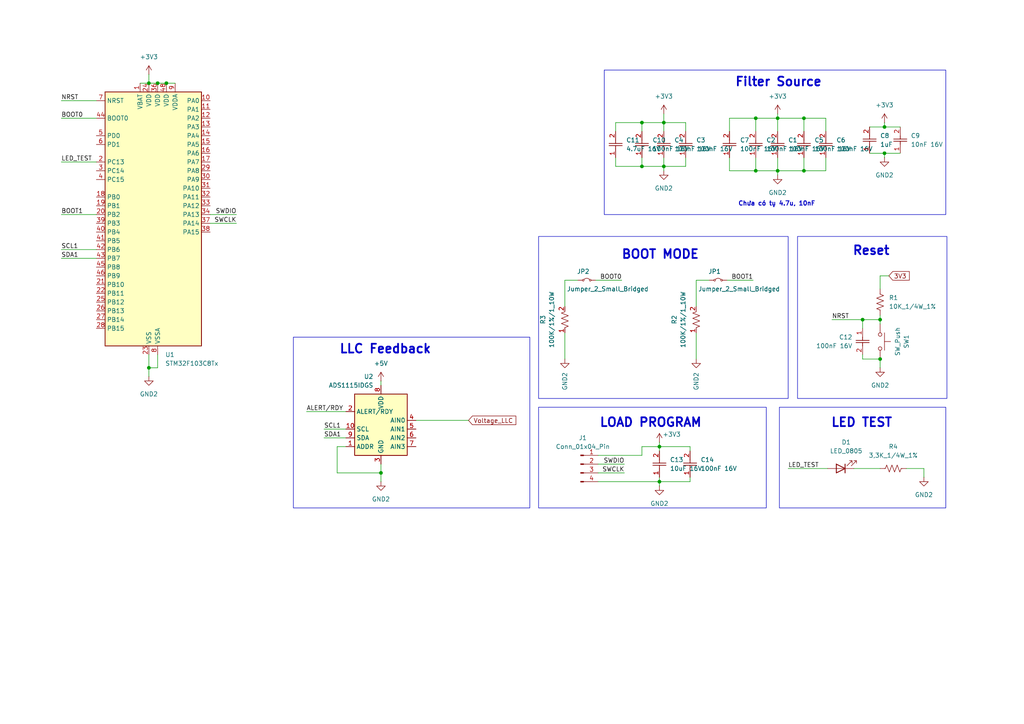
<source format=kicad_sch>
(kicad_sch (version 20231120) (generator "eeschema") (generator_version "8.0")
  (paper "A4")
  (lib_symbols
    (symbol "Connector:Conn_01x04_Pin" (pin_names (offset 1.016) hide)
      (property "Reference" "J" (at 0 5.08 0))
      (property "Value" "Conn_01x04_Pin" (at 0 -7.62 0))
      (symbol "Conn_01x04_Pin_1_1"
        (polyline (pts (xy 1.27 -5.08) (xy 0.8636 -5.08)) (stroke (width 0.1524)))
        (polyline (pts (xy 1.27 -2.54) (xy 0.8636 -2.54)) (stroke (width 0.1524)))
        (polyline (pts (xy 1.27 0) (xy 0.8636 0)) (stroke (width 0.1524)))
        (polyline (pts (xy 1.27 2.54) (xy 0.8636 2.54)) (stroke (width 0.1524)))
        (rectangle (start 0.8636 -4.953) (end 0 -5.207) (stroke (width 0.1524)) (fill (type outline)))
        (rectangle (start 0.8636 -2.413) (end 0 -2.667) (stroke (width 0.1524)) (fill (type outline)))
        (rectangle (start 0.8636 0.127) (end 0 -0.127) (stroke (width 0.1524)) (fill (type outline)))
        (rectangle (start 0.8636 2.667) (end 0 2.413) (stroke (width 0.1524)) (fill (type outline)))
        (pin passive line (at 5.08 2.54 180) (length 3.81) (name "Pin_1") (number "1"))
        (pin passive line (at 5.08 0 180) (length 3.81) (name "Pin_2") (number "2"))
        (pin passive line (at 5.08 -2.54 180) (length 3.81) (name "Pin_3") (number "3"))
        (pin passive line (at 5.08 -5.08 180) (length 3.81) (name "Pin_4") (number "4"))
      )
    )
    (symbol "Jumper:Jumper_2_Small_Bridged" (pin_numbers hide) (pin_names (offset 0) hide) (exclude_from_sim yes)
      (property "Reference" "JP" (at 0 2.032 0))
      (property "Value" "Jumper_2_Small_Bridged" (at 0 -2.286 0))
      (symbol "Jumper_2_Small_Bridged_0_0"
        (circle (center -1.016 0) (radius 0.254))
        (circle (center 1.016 0) (radius 0.254))
      )
      (symbol "Jumper_2_Small_Bridged_0_1"
        (arc (start 0.762 0.254) (mid 0 0.5696) (end -0.762 0.254))
      )
      (symbol "Jumper_2_Small_Bridged_1_1"
        (pin passive line (at -2.54 0 0) (length 1.27) (name "A") (number "1"))
        (pin passive line (at 2.54 0 180) (length 1.27) (name "B") (number "2"))
      )
    )
    (symbol "MCU_ST_STM32F1:STM32F103C8Tx"
      (property "Reference" "U" (at -12.7 39.37 0))
      (property "Value" "STM32F103C8Tx" (at 10.16 39.37 0))
      (symbol "STM32F103C8Tx_0_1"
        (rectangle (start -12.7 -35.56) (end 15.24 38.1) (stroke (width 0.254)) (fill (type background)))
      )
      (symbol "STM32F103C8Tx_1_1"
        (pin power_in line (at -2.54 40.64 270) (length 2.54) (name "VBAT") (number "1"))
        (pin bidirectional line (at 17.78 35.56 180) (length 2.54) (name "PA0") (number "10"))
        (pin bidirectional line (at 17.78 33.02 180) (length 2.54) (name "PA1") (number "11"))
        (pin bidirectional line (at 17.78 30.48 180) (length 2.54) (name "PA2") (number "12"))
        (pin bidirectional line (at 17.78 27.94 180) (length 2.54) (name "PA3") (number "13"))
        (pin bidirectional line (at 17.78 25.4 180) (length 2.54) (name "PA4") (number "14"))
        (pin bidirectional line (at 17.78 22.86 180) (length 2.54) (name "PA5") (number "15"))
        (pin bidirectional line (at 17.78 20.32 180) (length 2.54) (name "PA6") (number "16"))
        (pin bidirectional line (at 17.78 17.78 180) (length 2.54) (name "PA7") (number "17"))
        (pin bidirectional line (at -15.24 7.62 0) (length 2.54) (name "PB0") (number "18"))
        (pin bidirectional line (at -15.24 5.08 0) (length 2.54) (name "PB1") (number "19"))
        (pin bidirectional line (at -15.24 17.78 0) (length 2.54) (name "PC13") (number "2"))
        (pin bidirectional line (at -15.24 2.54 0) (length 2.54) (name "PB2") (number "20"))
        (pin bidirectional line (at -15.24 -17.78 0) (length 2.54) (name "PB10") (number "21"))
        (pin bidirectional line (at -15.24 -20.32 0) (length 2.54) (name "PB11") (number "22"))
        (pin power_in line (at 0 -38.1 90) (length 2.54) (name "VSS") (number "23"))
        (pin power_in line (at 0 40.64 270) (length 2.54) (name "VDD") (number "24"))
        (pin bidirectional line (at -15.24 -22.86 0) (length 2.54) (name "PB12") (number "25"))
        (pin bidirectional line (at -15.24 -25.4 0) (length 2.54) (name "PB13") (number "26"))
        (pin bidirectional line (at -15.24 -27.94 0) (length 2.54) (name "PB14") (number "27"))
        (pin bidirectional line (at -15.24 -30.48 0) (length 2.54) (name "PB15") (number "28"))
        (pin bidirectional line (at 17.78 15.24 180) (length 2.54) (name "PA8") (number "29"))
        (pin bidirectional line (at -15.24 15.24 0) (length 2.54) (name "PC14") (number "3"))
        (pin bidirectional line (at 17.78 12.7 180) (length 2.54) (name "PA9") (number "30"))
        (pin bidirectional line (at 17.78 10.16 180) (length 2.54) (name "PA10") (number "31"))
        (pin bidirectional line (at 17.78 7.62 180) (length 2.54) (name "PA11") (number "32"))
        (pin bidirectional line (at 17.78 5.08 180) (length 2.54) (name "PA12") (number "33"))
        (pin bidirectional line (at 17.78 2.54 180) (length 2.54) (name "PA13") (number "34"))
        (pin passive line (at 0 -38.1 90) (length 2.54) hide (name "VSS") (number "35"))
        (pin power_in line (at 2.54 40.64 270) (length 2.54) (name "VDD") (number "36"))
        (pin bidirectional line (at 17.78 0 180) (length 2.54) (name "PA14") (number "37"))
        (pin bidirectional line (at 17.78 -2.54 180) (length 2.54) (name "PA15") (number "38"))
        (pin bidirectional line (at -15.24 0 0) (length 2.54) (name "PB3") (number "39"))
        (pin bidirectional line (at -15.24 12.7 0) (length 2.54) (name "PC15") (number "4"))
        (pin bidirectional line (at -15.24 -2.54 0) (length 2.54) (name "PB4") (number "40"))
        (pin bidirectional line (at -15.24 -5.08 0) (length 2.54) (name "PB5") (number "41"))
        (pin bidirectional line (at -15.24 -7.62 0) (length 2.54) (name "PB6") (number "42"))
        (pin bidirectional line (at -15.24 -10.16 0) (length 2.54) (name "PB7") (number "43"))
        (pin input line (at -15.24 30.48 0) (length 2.54) (name "BOOT0") (number "44"))
        (pin bidirectional line (at -15.24 -12.7 0) (length 2.54) (name "PB8") (number "45"))
        (pin bidirectional line (at -15.24 -15.24 0) (length 2.54) (name "PB9") (number "46"))
        (pin passive line (at 0 -38.1 90) (length 2.54) hide (name "VSS") (number "47"))
        (pin power_in line (at 5.08 40.64 270) (length 2.54) (name "VDD") (number "48"))
        (pin bidirectional line (at -15.24 25.4 0) (length 2.54) (name "PD0") (number "5"))
        (pin bidirectional line (at -15.24 22.86 0) (length 2.54) (name "PD1") (number "6"))
        (pin input line (at -15.24 35.56 0) (length 2.54) (name "NRST") (number "7"))
        (pin power_in line (at 2.54 -38.1 90) (length 2.54) (name "VSSA") (number "8"))
        (pin power_in line (at 7.62 40.64 270) (length 2.54) (name "VDDA") (number "9"))
      )
    )
    (symbol "charge_battery_sym_lib:ADS1115IDGS"
      (property "Reference" "U" (at 2.54 13.97 0))
      (property "Value" "ADS1115IDGS" (at 7.62 11.43 0))
      (symbol "ADS1115IDGS_0_1"
        (rectangle (start -7.62 10.16) (end 7.62 -7.62) (stroke (width 0.254)) (fill (type background)))
      )
      (symbol "ADS1115IDGS_1_1"
        (pin input line (at 10.16 -5.08 180) (length 2.54) (name "ADDR") (number "1"))
        (pin input line (at 10.16 0 180) (length 2.54) (name "SCL") (number "10"))
        (pin output line (at 10.16 5.08 180) (length 2.54) (name "ALERT/RDY") (number "2"))
        (pin power_in line (at 0 -10.16 90) (length 2.54) (name "GND") (number "3"))
        (pin input line (at -10.16 2.54 0) (length 2.54) (name "AIN0") (number "4"))
        (pin input line (at -10.16 0 0) (length 2.54) (name "AIN1") (number "5"))
        (pin input line (at -10.16 -2.54 0) (length 2.54) (name "AIN2") (number "6"))
        (pin input line (at -10.16 -5.08 0) (length 2.54) (name "AIN3") (number "7"))
        (pin power_in line (at 0 12.7 270) (length 2.54) (name "VDD") (number "8"))
        (pin bidirectional line (at 10.16 -2.54 180) (length 2.54) (name "SDA") (number "9"))
      )
    )
    (symbol "charge_battery_sym_lib:Ceramic_Cap_Hole_1uF_50V_"
      (property "Reference" "C" (at -1.524 0.762 0))
      (property "Value" "1uF " (at 0.254 5.334 0))
      (symbol "Ceramic_Cap_Hole_1uF_50V__1_1"
        (polyline (pts (xy -1.27 -2.032) (xy -0.3302 -2.032)) (stroke (width 0.2032)))
        (polyline (pts (xy -0.3302 -3.937) (xy -0.3302 -0.127)) (stroke (width 0.2032)))
        (polyline (pts (xy 0.3048 -3.937) (xy 0.3048 -0.127)) (stroke (width 0.2032)))
        (polyline (pts (xy 0.3048 -2.032) (xy 1.27 -2.032)) (stroke (width 0.2032)))
        (pin unspecified line (at -3.81 -2.032 0) (length 2.54) (name "") (number "1"))
        (pin unspecified line (at 3.81 -2.032 180) (length 2.54) (name "") (number "2"))
      )
    )
    (symbol "charge_battery_sym_lib:Ceramic_Cap_SMD_100nF_16V"
      (property "Reference" "C" (at -1.524 0.762 0))
      (property "Value" "100nF 16V" (at 0.254 5.334 0))
      (symbol "Ceramic_Cap_SMD_100nF_16V_1_1"
        (polyline (pts (xy -1.27 -2.032) (xy -0.3302 -2.032)) (stroke (width 0.2032)))
        (polyline (pts (xy -0.3302 -3.937) (xy -0.3302 -0.127)) (stroke (width 0.2032)))
        (polyline (pts (xy 0.3048 -3.937) (xy 0.3048 -0.127)) (stroke (width 0.2032)))
        (polyline (pts (xy 0.3048 -2.032) (xy 1.27 -2.032)) (stroke (width 0.2032)))
        (pin unspecified line (at -3.81 -2.032 0) (length 2.54) (name "") (number "1"))
        (pin unspecified line (at 3.81 -2.032 180) (length 2.54) (name "") (number "2"))
      )
    )
    (symbol "charge_battery_sym_lib:Ceramic_Cap_SMD_10uF_16V"
      (property "Reference" "C" (at -1.524 0.762 0))
      (property "Value" "10uF 16V" (at 0.254 5.334 0))
      (symbol "Ceramic_Cap_SMD_10uF_16V_1_1"
        (polyline (pts (xy -1.27 -2.032) (xy -0.3302 -2.032)) (stroke (width 0.2032)))
        (polyline (pts (xy -0.3302 -3.937) (xy -0.3302 -0.127)) (stroke (width 0.2032)))
        (polyline (pts (xy 0.3048 -3.937) (xy 0.3048 -0.127)) (stroke (width 0.2032)))
        (polyline (pts (xy 0.3048 -2.032) (xy 1.27 -2.032)) (stroke (width 0.2032)))
        (pin unspecified line (at -3.81 -2.032 0) (length 2.54) (name "") (number "1"))
        (pin unspecified line (at 3.81 -2.032 180) (length 2.54) (name "") (number "2"))
      )
    )
    (symbol "charge_battery_sym_lib:LED_0805" (pin_numbers hide) (pin_names (offset 1.016) hide)
      (property "Reference" "D" (at 0 2.54 0))
      (property "Value" "LED_0805" (at 0 -2.54 0))
      (symbol "LED_0805_0_1"
        (polyline (pts (xy -1.27 -1.27) (xy -1.27 1.27)) (stroke (width 0.254)))
        (polyline (pts (xy -1.27 0) (xy 1.27 0)))
        (polyline (pts (xy 1.27 -1.27) (xy 1.27 1.27) (xy -1.27 0) (xy 1.27 -1.27)) (stroke (width 0.254)))
        (polyline (pts (xy -3.048 -0.762) (xy -4.572 -2.286) (xy -3.81 -2.286) (xy -4.572 -2.286) (xy -4.572 -1.524)))
        (polyline (pts (xy -1.778 -0.762) (xy -3.302 -2.286) (xy -2.54 -2.286) (xy -3.302 -2.286) (xy -3.302 -1.524)))
      )
      (symbol "LED_0805_1_1"
        (pin passive line (at -3.81 0 0) (length 2.54) (name "K") (number "1"))
        (pin passive line (at 3.81 0 180) (length 2.54) (name "A") (number "2"))
      )
    )
    (symbol "charge_battery_sym_lib:Res_200K_0603_1%"
      (property "Reference" "R" (at 0 -3.81 0))
      (property "Value" "200K/1%/1_10W" (at 1.27 -8.89 0))
      (symbol "Res_200K_0603_1%_0_1"
        (polyline (pts (xy -1.016 -6.35) (xy -1.27 -6.35)))
        (polyline (pts (xy 3.556 -6.35) (xy 3.81 -6.35)))
        (polyline (pts (xy -1.016 -6.35) (xy -0.635 -5.334) (xy -0.254 -6.35) (xy 0.127 -7.366) (xy 0.508 -6.35)))
        (polyline (pts (xy 0.508 -6.35) (xy 0.889 -5.334) (xy 1.27 -6.35) (xy 1.651 -7.366) (xy 2.032 -6.35)))
        (polyline (pts (xy 2.032 -6.35) (xy 2.413 -5.334) (xy 2.794 -6.35) (xy 3.175 -7.366) (xy 3.556 -6.35)))
      )
      (symbol "Res_200K_0603_1%_1_1"
        (pin passive line (at -2.54 -6.35 0) (length 1.27) (name "~") (number "1"))
        (pin passive line (at 5.08 -6.35 180) (length 1.27) (name "~") (number "2"))
      )
    )
    (symbol "charge_battery_sym_lib:Res_hole_10K_1/4W_1%" (pin_numbers hide) (pin_names (offset 0))
      (property "Reference" "R" (at 1.016 1.016 0))
      (property "Value" "10K_1/4W_1%" (at 1.27 -3.81 0))
      (symbol "Res_hole_10K_1/4W_1%_0_1"
        (polyline (pts (xy -1.016 -1.27) (xy -1.27 -1.27)))
        (polyline (pts (xy 3.556 -1.27) (xy 3.81 -1.27)))
        (polyline (pts (xy -1.016 -1.27) (xy -0.635 -0.254) (xy -0.254 -1.27) (xy 0.127 -2.286) (xy 0.508 -1.27)))
        (polyline (pts (xy 0.508 -1.27) (xy 0.889 -0.254) (xy 1.27 -1.27) (xy 1.651 -2.286) (xy 2.032 -1.27)))
        (polyline (pts (xy 2.032 -1.27) (xy 2.413 -0.254) (xy 2.794 -1.27) (xy 3.175 -2.286) (xy 3.556 -1.27)))
      )
      (symbol "Res_hole_10K_1/4W_1%_1_1"
        (pin passive line (at -2.54 -1.27 0) (length 1.27) (name "~") (number "1"))
        (pin passive line (at 5.08 -1.27 180) (length 1.27) (name "~") (number "2"))
      )
    )
    (symbol "charge_battery_sym_lib:Res_hole_3,3K_1/4W_1%" (pin_numbers hide) (pin_names (offset 0))
      (property "Reference" "R" (at 1.016 1.016 0))
      (property "Value" "3,3K_1/4W_1%" (at 1.27 -3.81 0))
      (symbol "Res_hole_3,3K_1/4W_1%_0_1"
        (polyline (pts (xy -1.016 -1.27) (xy -1.27 -1.27)))
        (polyline (pts (xy 3.556 -1.27) (xy 3.81 -1.27)))
        (polyline (pts (xy -1.016 -1.27) (xy -0.635 -0.254) (xy -0.254 -1.27) (xy 0.127 -2.286) (xy 0.508 -1.27)))
        (polyline (pts (xy 0.508 -1.27) (xy 0.889 -0.254) (xy 1.27 -1.27) (xy 1.651 -2.286) (xy 2.032 -1.27)))
        (polyline (pts (xy 2.032 -1.27) (xy 2.413 -0.254) (xy 2.794 -1.27) (xy 3.175 -2.286) (xy 3.556 -1.27)))
      )
      (symbol "Res_hole_3,3K_1/4W_1%_1_1"
        (pin passive line (at -2.54 -1.27 0) (length 1.27) (name "~") (number "1"))
        (pin passive line (at 5.08 -1.27 180) (length 1.27) (name "~") (number "2"))
      )
    )
    (symbol "charge_battery_sym_lib:SW_Push" (pin_numbers hide) (pin_names (offset 1.016) hide)
      (property "Reference" "SW" (at 1.27 2.54 0))
      (property "Value" "SW_Push" (at 0 -1.524 0))
      (symbol "SW_Push_0_1"
        (circle (center -2.032 0) (radius 0.508))
        (polyline (pts (xy 0 1.27) (xy 0 3.048)))
        (polyline (pts (xy 2.54 1.27) (xy -2.54 1.27)))
        (circle (center 2.032 0) (radius 0.508))
        (pin passive line (at -5.08 0 0) (length 2.54) (name "1") (number "1"))
        (pin passive line (at 5.08 0 180) (length 2.54) (name "2") (number "2"))
      )
    )
    (symbol "power:+3V3" (power) (pin_numbers hide) (pin_names (offset 0) hide)
      (property "Value" "+3V3" (at 0 3.556 0))
      (symbol "+3V3_0_1"
        (polyline (pts (xy -0.762 1.27) (xy 0 2.54)))
        (polyline (pts (xy 0 0) (xy 0 2.54)))
        (polyline (pts (xy 0 2.54) (xy 0.762 1.27)))
      )
      (symbol "+3V3_1_1"
        (pin power_in line (at 0 0 90) (length 0) (name "~") (number "1"))
      )
    )
    (symbol "power:+5V" (power) (pin_numbers hide) (pin_names (offset 0) hide)
      (property "Value" "+5V" (at 0 3.556 0))
      (symbol "+5V_0_1"
        (polyline (pts (xy -0.762 1.27) (xy 0 2.54)))
        (polyline (pts (xy 0 0) (xy 0 2.54)))
        (polyline (pts (xy 0 2.54) (xy 0.762 1.27)))
      )
      (symbol "+5V_1_1"
        (pin power_in line (at 0 0 90) (length 0) (name "~") (number "1"))
      )
    )
    (symbol "power:GND2" (power) (pin_numbers hide) (pin_names (offset 0) hide)
      (property "Value" "GND2" (at 0 -3.81 0))
      (symbol "GND2_0_1"
        (polyline (pts (xy 0 0) (xy 0 -1.27) (xy 1.27 -1.27) (xy 0 -2.54) (xy -1.27 -1.27) (xy 0 -1.27)))
      )
      (symbol "GND2_1_1"
        (pin power_in line (at 0 0 270) (length 0) (name "~") (number "1"))
      )
    )
  )
  (junction (at 48.26 24.13))
  (junction (at 191.262 129.54))
  (junction (at 219.202 49.53))
  (junction (at 233.172 49.53))
  (junction (at 255.27 92.71))
  (junction (at 186.182 48.26))
  (junction (at 225.552 34.29))
  (junction (at 45.72 24.13))
  (junction (at 110.49 137.16))
  (junction (at 192.532 35.56))
  (junction (at 255.27 104.14))
  (junction (at 43.18 24.13))
  (junction (at 219.202 34.29))
  (junction (at 233.172 34.29))
  (junction (at 250.19 92.71))
  (junction (at 225.552 49.53))
  (junction (at 43.18 106.68))
  (junction (at 192.532 48.26))
  (junction (at 256.54 44.45))
  (junction (at 186.182 35.56))
  (junction (at 191.262 139.7))
  (junction (at 256.54 36.83))
  (wire (pts (xy 225.552 33.02) (xy 225.552 34.29)))
  (wire (pts (xy 211.582 34.29) (xy 219.202 34.29)))
  (wire (pts (xy 178.562 48.26) (xy 178.562 45.72)))
  (wire (pts (xy 233.172 45.72) (xy 233.172 49.53)))
  (wire (pts (xy 100.33 124.46) (xy 93.98 124.46)))
  (wire (pts (xy 256.54 44.45) (xy 261.112 44.45)))
  (wire (pts (xy 191.262 139.7) (xy 200.152 139.7)))
  (wire (pts (xy 43.18 106.68) (xy 43.18 102.87)))
  (wire (pts (xy 198.882 48.26) (xy 192.532 48.26)))
  (wire (pts (xy 17.78 29.21) (xy 27.94 29.21)))
  (wire (pts (xy 200.152 129.54) (xy 200.152 130.81)))
  (wire (pts (xy 225.552 50.8) (xy 225.552 49.53)))
  (wire (pts (xy 17.78 74.93) (xy 27.94 74.93)))
  (wire (pts (xy 110.49 134.62) (xy 110.49 137.16)))
  (wire (pts (xy 239.522 34.29) (xy 239.522 38.1)))
  (wire (pts (xy 192.532 49.53) (xy 192.532 48.26)))
  (wire (pts (xy 192.532 45.72) (xy 192.532 48.26)))
  (wire (pts (xy 110.49 137.16) (xy 110.49 139.7)))
  (wire (pts (xy 219.202 45.72) (xy 219.202 49.53)))
  (wire (pts (xy 219.202 34.29) (xy 219.202 38.1)))
  (wire (pts (xy 167.64 81.28) (xy 163.83 81.28)))
  (wire (pts (xy 225.552 34.29) (xy 225.552 38.1)))
  (wire (pts (xy 186.182 132.08) (xy 186.182 129.54)))
  (wire (pts (xy 210.82 81.28) (xy 218.44 81.28)))
  (wire (pts (xy 198.882 35.56) (xy 198.882 38.1)))
  (wire (pts (xy 191.262 140.97) (xy 191.262 139.7)))
  (wire (pts (xy 45.72 24.13) (xy 48.26 24.13)))
  (wire (pts (xy 178.562 38.1) (xy 178.562 35.56)))
  (wire (pts (xy 163.83 104.14) (xy 163.83 96.52)))
  (wire (pts (xy 250.19 92.71) (xy 250.19 95.25)))
  (wire (pts (xy 135.89 121.92) (xy 120.65 121.92)))
  (wire (pts (xy 186.182 35.56) (xy 186.182 38.1)))
  (wire (pts (xy 43.18 24.13) (xy 45.72 24.13)))
  (wire (pts (xy 172.72 81.28) (xy 180.34 81.28)))
  (wire (pts (xy 211.582 38.1) (xy 211.582 34.29)))
  (wire (pts (xy 198.882 45.72) (xy 198.882 48.26)))
  (wire (pts (xy 45.72 106.68) (xy 43.18 106.68)))
  (wire (pts (xy 97.79 137.16) (xy 110.49 137.16)))
  (wire (pts (xy 48.26 24.13) (xy 50.8 24.13)))
  (wire (pts (xy 17.78 72.39) (xy 27.94 72.39)))
  (wire (pts (xy 256.54 36.83) (xy 261.112 36.83)))
  (wire (pts (xy 173.482 137.16) (xy 181.102 137.16)))
  (wire (pts (xy 219.202 34.29) (xy 225.552 34.29)))
  (wire (pts (xy 191.262 129.54) (xy 200.152 129.54)))
  (wire (pts (xy 239.522 45.72) (xy 239.522 49.53)))
  (wire (pts (xy 43.18 109.22) (xy 43.18 106.68)))
  (wire (pts (xy 60.96 64.77) (xy 68.58 64.77)))
  (wire (pts (xy 257.81 80.01) (xy 255.27 80.01)))
  (wire (pts (xy 228.6 135.89) (xy 240.03 135.89)))
  (wire (pts (xy 173.482 134.62) (xy 181.102 134.62)))
  (wire (pts (xy 233.172 49.53) (xy 239.522 49.53)))
  (wire (pts (xy 186.182 35.56) (xy 192.532 35.56)))
  (wire (pts (xy 186.182 45.72) (xy 186.182 48.26)))
  (wire (pts (xy 250.19 102.87) (xy 250.19 104.14)))
  (wire (pts (xy 173.482 132.08) (xy 186.182 132.08)))
  (wire (pts (xy 250.19 104.14) (xy 255.27 104.14)))
  (wire (pts (xy 252.222 44.45) (xy 256.54 44.45)))
  (wire (pts (xy 191.262 128.27) (xy 191.262 129.54)))
  (wire (pts (xy 250.19 92.71) (xy 255.27 92.71)))
  (wire (pts (xy 211.582 45.72) (xy 211.582 49.53)))
  (wire (pts (xy 201.93 104.14) (xy 201.93 96.52)))
  (wire (pts (xy 211.582 49.53) (xy 219.202 49.53)))
  (wire (pts (xy 205.74 81.28) (xy 201.93 81.28)))
  (wire (pts (xy 17.78 62.23) (xy 27.94 62.23)))
  (wire (pts (xy 233.172 38.1) (xy 233.172 34.29)))
  (wire (pts (xy 241.3 92.71) (xy 250.19 92.71)))
  (wire (pts (xy 173.482 139.7) (xy 191.262 139.7)))
  (wire (pts (xy 255.27 80.01) (xy 255.27 83.82)))
  (wire (pts (xy 97.79 129.54) (xy 97.79 137.16)))
  (wire (pts (xy 225.552 49.53) (xy 233.172 49.53)))
  (wire (pts (xy 255.27 92.71) (xy 255.27 93.98)))
  (wire (pts (xy 255.27 106.68) (xy 255.27 104.14)))
  (wire (pts (xy 163.83 81.28) (xy 163.83 88.9)))
  (wire (pts (xy 267.97 138.43) (xy 267.97 135.89)))
  (wire (pts (xy 17.78 46.99) (xy 27.94 46.99)))
  (wire (pts (xy 219.202 49.53) (xy 225.552 49.53)))
  (wire (pts (xy 186.182 129.54) (xy 191.262 129.54)))
  (wire (pts (xy 256.54 35.56) (xy 256.54 36.83)))
  (wire (pts (xy 192.532 35.56) (xy 198.882 35.56)))
  (wire (pts (xy 186.182 48.26) (xy 178.562 48.26)))
  (wire (pts (xy 201.93 81.28) (xy 201.93 88.9)))
  (wire (pts (xy 100.33 119.38) (xy 88.9 119.38)))
  (wire (pts (xy 233.172 34.29) (xy 239.522 34.29)))
  (wire (pts (xy 225.552 45.72) (xy 225.552 49.53)))
  (wire (pts (xy 191.262 129.54) (xy 191.262 130.81)))
  (wire (pts (xy 225.552 34.29) (xy 233.172 34.29)))
  (wire (pts (xy 252.222 36.83) (xy 256.54 36.83)))
  (wire (pts (xy 40.64 24.13) (xy 43.18 24.13)))
  (wire (pts (xy 110.49 110.49) (xy 110.49 111.76)))
  (wire (pts (xy 60.96 62.23) (xy 68.58 62.23)))
  (wire (pts (xy 191.262 138.43) (xy 191.262 139.7)))
  (wire (pts (xy 45.72 102.87) (xy 45.72 106.68)))
  (wire (pts (xy 97.79 129.54) (xy 100.33 129.54)))
  (wire (pts (xy 178.562 35.56) (xy 186.182 35.56)))
  (wire (pts (xy 200.152 139.7) (xy 200.152 138.43)))
  (wire (pts (xy 100.33 127) (xy 93.98 127)))
  (wire (pts (xy 192.532 33.02) (xy 192.532 35.56)))
  (wire (pts (xy 255.27 91.44) (xy 255.27 92.71)))
  (wire (pts (xy 255.27 135.89) (xy 247.65 135.89)))
  (wire (pts (xy 43.18 21.59) (xy 43.18 24.13)))
  (wire (pts (xy 186.182 48.26) (xy 192.532 48.26)))
  (wire (pts (xy 17.78 34.29) (xy 27.94 34.29)))
  (wire (pts (xy 192.532 35.56) (xy 192.532 38.1)))
  (wire (pts (xy 267.97 135.89) (xy 262.89 135.89)))
  (wire (pts (xy 256.54 45.72) (xy 256.54 44.45)))
  (rectangle (start 156.21 68.58) (end 228.6 115.57))
  (rectangle (start 226.06 118.11) (end 274.32 147.32))
  (rectangle (start 175.26 20.32) (end 274.32 62.23))
  (rectangle (start 85.09 97.79) (end 153.67 147.32))
  (rectangle (start 231.3178 68.58) (end 274.6502 115.57))
  (rectangle (start 156.21 118.11) (end 222.25 147.32))
  (text "Reset\n" (at 252.6792 72.8218 0) (effects (font (size 2.54 2.54) (bold yes))))
  (text "LLC Feedback" (at 111.76 101.346 0) (effects (font (size 2.54 2.54) (bold yes))))
  (text "Chưa có tụ 4.7u, 10nF" (at 225.298 59.182 0) (effects (font (size 1.27 1.27) (thickness 0.254) (bold yes))))
  (text "BOOT MODE" (at 191.516 73.914 0) (effects (font (size 2.54 2.54) (bold yes))))
  (text "LED TEST" (at 249.936 122.682 0) (effects (font (size 2.54 2.54) (bold yes))))
  (text "LOAD PROGRAM" (at 188.722 122.682 0) (effects (font (size 2.54 2.54) (bold yes))))
  (text "Filter Source" (at 225.806 23.876 0) (effects (font (size 2.54 2.54) (thickness 0.508) (bold yes))))
  (label "ALERT{slash}RDY" (at 88.9 119.38 0))
  (label "BOOT1" (at 218.44 81.28 180))
  (label "SWDIO" (at 181.102 134.62 180))
  (label "SCL1" (at 17.78 72.39 0))
  (label "SDA1" (at 93.98 127 0))
  (label "LED_TEST" (at 228.6 135.89 0))
  (label "SCL1" (at 93.98 124.46 0))
  (label "NRST" (at 241.3 92.71 0))
  (label "SWCLK" (at 68.58 64.77 180))
  (label "BOOT0" (at 180.34 81.28 180))
  (label "BOOT1" (at 17.78 62.23 0))
  (label "SWDIO" (at 68.58 62.23 180))
  (label "LED_TEST" (at 17.78 46.99 0))
  (label "SDA1" (at 17.78 74.93 0))
  (label "BOOT0" (at 17.78 34.29 0))
  (label "NRST" (at 17.78 29.21 0))
  (label "SWCLK" (at 181.102 137.16 180))
  (global_label "Voltage_LLC" (shape input) (at 135.89 121.92 0) (property "Intersheetrefs" "${INTERSHEET_REFS}" (effects (hide yes))))
  (global_label "3V3" (shape input) (at 257.81 80.01 0) (property "Intersheetrefs" "${INTERSHEET_REFS}" (effects (hide yes))))
  (symbol (lib_id "charge_battery_sym_lib:SW_Push") (at 255.27 99.06 270) (mirror x) (unit 1)
    (property "Reference" "SW1" (at 262.89 99.06 0))
    (property "Value" "SW_Push" (at 260.35 99.06 0))
    (property "Footprint" "charge_battery_footprint_lib:SW_SMD" (effects (hide yes)))
    (property "Description" "Push button switch, generic, two pins" (effects (hide yes)))
    (property "Supply name" "Thegioiic" (effects (hide yes)))
    (property "Supply part number" "Nút Nhấn 3x4mm Cao 2.5mm 2 Chân SMD" (effects (hide yes)))
    (property "Suppy URL" "https://www.thegioiic.com/nut-nhan-3x4mm-cao-2-5mm-2-chan-smd" (effects (hide yes)))
  )
  (symbol (lib_id "charge_battery_sym_lib:Ceramic_Cap_SMD_100nF_16V") (at 190.5 41.91 90) (unit 1)
    (property "Reference" "C4" (at 195.58 40.6399 90) (effects (justify right)))
    (property "Value" "100nF 16V" (at 195.58 43.1799 90) (effects (justify right)))
    (property "Footprint" "charge_battery_footprint_lib:C_0603_1608Metric" (effects (hide yes)))
    (property "Datasheet" "https://www.mouser.vn/datasheet/2/40/KYOCERA_AutoMLCCKAM-3106308.pdf" (effects (hide yes)))
    (property "Description" "10%, 0603 (1608 Metric)" (effects (hide yes)))
    (property "Supply name" "Thegioiic" (effects (hide yes)))
    (property "Supply part number" "Tụ Gốm 0603 100nF (0.1uF) 16V" (effects (hide yes)))
    (property "Supply URL" "https://www.thegioiic.com/tu-gom-0603-100nf-0-1uf-16v" (effects (hide yes)))
  )
  (symbol (lib_id "charge_battery_sym_lib:Ceramic_Cap_SMD_100nF_16V") (at 223.52 41.91 90) (unit 1)
    (property "Reference" "C1" (at 228.6 40.6399 90) (effects (justify right)))
    (property "Value" "100nF 16V" (at 228.6 43.1799 90) (effects (justify right)))
    (property "Footprint" "charge_battery_footprint_lib:C_0603_1608Metric" (effects (hide yes)))
    (property "Datasheet" "https://www.mouser.vn/datasheet/2/40/KYOCERA_AutoMLCCKAM-3106308.pdf" (effects (hide yes)))
    (property "Description" "10%, 0603 (1608 Metric)" (effects (hide yes)))
    (property "Supply name" "Thegioiic" (effects (hide yes)))
    (property "Supply part number" "Tụ Gốm 0603 100nF (0.1uF) 16V" (effects (hide yes)))
    (property "Supply URL" "https://www.thegioiic.com/tu-gom-0603-100nf-0-1uf-16v" (effects (hide yes)))
  )
  (symbol (lib_id "charge_battery_sym_lib:Ceramic_Cap_SMD_100nF_16V") (at 184.15 41.91 90) (unit 1)
    (property "Reference" "C10" (at 189.23 40.6399 90) (effects (justify right)))
    (property "Value" "100nF 16V" (at 189.23 43.1799 90) (effects (justify right)))
    (property "Footprint" "charge_battery_footprint_lib:C_0603_1608Metric" (effects (hide yes)))
    (property "Datasheet" "https://www.mouser.vn/datasheet/2/40/KYOCERA_AutoMLCCKAM-3106308.pdf" (effects (hide yes)))
    (property "Description" "10%, 0603 (1608 Metric)" (effects (hide yes)))
    (property "Supply name" "Thegioiic" (effects (hide yes)))
    (property "Supply part number" "Tụ Gốm 0603 100nF (0.1uF) 16V" (effects (hide yes)))
    (property "Supply URL" "https://www.thegioiic.com/tu-gom-0603-100nf-0-1uf-16v" (effects (hide yes)))
  )
  (symbol (lib_id "power:GND2") (at 192.532 49.53 0) (unit 1)
    (property "Reference" "#PWR06" (effects (hide yes)))
    (property "Value" "GND2" (at 192.532 54.61 0))
    (property "Description" "Power symbol creates a global label with name \"GND2\" , ground" (effects (hide yes)))
  )
  (symbol (lib_id "charge_battery_sym_lib:Ceramic_Cap_Hole_1uF_50V_") (at 250.19 40.64 90) (unit 1)
    (property "Reference" "C8" (at 255.27 39.3699 90) (effects (justify right)))
    (property "Value" "1uF" (at 255.27 41.9099 90) (effects (justify right)))
    (property "Footprint" "charge_battery_footprint_lib:Ceramic_Cap_Hole_1uF_50V" (effects (hide yes)))
    (property "Description" "1uF ±10%, code 105" (effects (hide yes)))
    (property "Supply name" "Thegioiic" (effects (hide yes)))
    (property "Supply part number" "Tụ Gốm Multilayer 1uF 50V" (effects (hide yes)))
    (property "Supply URL" "https://www.thegioiic.com/tu-gom-multilayer-1uf-50v" (effects (hide yes)))
  )
  (symbol (lib_id "power:GND2") (at 267.97 138.43 0) (unit 1)
    (property "Reference" "#PWR012" (effects (hide yes)))
    (property "Value" "GND2" (at 267.97 143.51 0))
    (property "Description" "Power symbol creates a global label with name \"GND2\" , ground" (effects (hide yes)))
  )
  (symbol (lib_id "power:+5V") (at 110.49 110.49 0) (mirror y) (unit 1)
    (property "Reference" "#PWR016" (effects (hide yes)))
    (property "Value" "+5V" (at 110.49 105.41 0))
    (property "Description" "Power symbol creates a global label with name \"+5V\"" (effects (hide yes)))
  )
  (symbol (lib_id "charge_battery_sym_lib:Res_hole_3,3K_1/4W_1%") (at 257.81 134.62 0) (unit 1)
    (property "Reference" "R4" (at 259.08 129.54 0))
    (property "Value" "3,3K_1/4W_1%" (at 259.08 132.08 0))
    (property "Footprint" "charge_battery_footprint_lib:Res_3.3R_1_4W_1" (effects (hide yes)))
    (property "Description" "Resistor 3.3R 0.25W 1%" (effects (hide yes)))
    (property "Supply name " "Thegioiic" (effects (hide yes)))
    (property "Supply part number" "Điện Trở 3.3 Ohm 1/4W 1% 5 Vòng Màu" (effects (hide yes)))
    (property "Supply URL" "https://www.thegioiic.com/dien-tro-3-3-ohm-1-4w-1-5-vong-mau" (effects (hide yes)))
  )
  (symbol (lib_id "power:GND2") (at 225.552 50.8 0) (unit 1)
    (property "Reference" "#PWR01" (effects (hide yes)))
    (property "Value" "GND2" (at 225.552 55.88 0))
    (property "Description" "Power symbol creates a global label with name \"GND2\" , ground" (effects (hide yes)))
  )
  (symbol (lib_id "Jumper:Jumper_2_Small_Bridged") (at 170.18 81.28 0) (unit 1) (exclude_from_sim yes)
    (property "Reference" "JP2" (at 169.164 78.74 0))
    (property "Value" "Jumper_2_Small_Bridged" (at 176.276 83.82 0))
    (property "Footprint" "TestPoint:TestPoint_2Pads_Pitch2.54mm_Drill0.8mm" (effects (hide yes)))
    (property "Description" "Jumper, 2-pole, small symbol, bridged" (effects (hide yes)))
  )
  (symbol (lib_id "charge_battery_sym_lib:LED_0805") (at 243.84 135.89 180) (unit 1)
    (property "Reference" "D1" (at 245.4275 128.27 0))
    (property "Value" "LED_0805" (at 245.4275 130.81 0))
    (property "Footprint" "charge_battery_footprint_lib:LED_0805" (effects (hide yes)))
    (property "Description" "Light emitting diode" (effects (hide yes)))
    (property "Supply name" "Thegioiic" (effects (hide yes)))
    (property "Supply part number" "LED Xanh Lá 0805 Dán SMD Trong Suốt" (effects (hide yes)))
    (property "Supply URL" "https://www.thegioiic.com/led-xanh-la-0805-dan-smd-trong-suot" (effects (hide yes)))
  )
  (symbol (lib_id "charge_battery_sym_lib:Ceramic_Cap_SMD_100nF_16V") (at 231.14 41.91 90) (unit 1)
    (property "Reference" "C5" (at 236.22 40.6399 90) (effects (justify right)))
    (property "Value" "100nF 16V" (at 236.22 43.1799 90) (effects (justify right)))
    (property "Footprint" "charge_battery_footprint_lib:C_0603_1608Metric" (effects (hide yes)))
    (property "Datasheet" "https://www.mouser.vn/datasheet/2/40/KYOCERA_AutoMLCCKAM-3106308.pdf" (effects (hide yes)))
    (property "Description" "10%, 0603 (1608 Metric)" (effects (hide yes)))
    (property "Supply name" "Thegioiic" (effects (hide yes)))
    (property "Supply part number" "Tụ Gốm 0603 100nF (0.1uF) 16V" (effects (hide yes)))
    (property "Supply URL" "https://www.thegioiic.com/tu-gom-0603-100nf-0-1uf-16v" (effects (hide yes)))
  )
  (symbol (lib_id "power:GND2") (at 43.18 109.22 0) (unit 1)
    (property "Reference" "#PWR07" (effects (hide yes)))
    (property "Value" "GND2" (at 43.18 114.3 0))
    (property "Description" "Power symbol creates a global label with name \"GND2\" , ground" (effects (hide yes)))
  )
  (symbol (lib_id "power:GND2") (at 255.27 106.68 0) (unit 1)
    (property "Reference" "#PWR09" (effects (hide yes)))
    (property "Value" "GND2" (at 255.27 111.76 0))
    (property "Description" "Power symbol creates a global label with name \"GND2\" , ground" (effects (hide yes)))
  )
  (symbol (lib_id "power:+3V3") (at 225.552 33.02 0) (unit 1)
    (property "Reference" "#PWR04" (effects (hide yes)))
    (property "Value" "+3V3" (at 225.552 27.94 0))
    (property "Description" "Power symbol creates a global label with name \"+3V3\"" (effects (hide yes)))
  )
  (symbol (lib_id "charge_battery_sym_lib:Ceramic_Cap_SMD_100nF_16V") (at 259.08 40.64 90) (unit 1)
    (property "Reference" "C9" (at 264.16 39.3699 90) (effects (justify right)))
    (property "Value" "10nF 16V" (at 264.16 41.9099 90) (effects (justify right)))
    (property "Footprint" "charge_battery_footprint_lib:C_0603_1608Metric" (effects (hide yes)))
    (property "Datasheet" "https://www.mouser.vn/datasheet/2/40/KYOCERA_AutoMLCCKAM-3106308.pdf" (effects (hide yes)))
    (property "Description" "10%, 0603 (1608 Metric)" (effects (hide yes)))
    (property "Supply name" "Thegioiic" (effects (hide yes)))
    (property "Supply part number" "Tụ Gốm 0603 100nF (0.1uF) 16V" (effects (hide yes)))
    (property "Supply URL" "https://www.thegioiic.com/tu-gom-0603-100nf-0-1uf-16v" (effects (hide yes)))
  )
  (symbol (lib_id "charge_battery_sym_lib:Ceramic_Cap_SMD_100nF_16V") (at 196.85 41.91 90) (unit 1)
    (property "Reference" "C3" (at 201.93 40.6399 90) (effects (justify right)))
    (property "Value" "100nF 16V" (at 201.93 43.1799 90) (effects (justify right)))
    (property "Footprint" "charge_battery_footprint_lib:C_0603_1608Metric" (effects (hide yes)))
    (property "Datasheet" "https://www.mouser.vn/datasheet/2/40/KYOCERA_AutoMLCCKAM-3106308.pdf" (effects (hide yes)))
    (property "Description" "10%, 0603 (1608 Metric)" (effects (hide yes)))
    (property "Supply name" "Thegioiic" (effects (hide yes)))
    (property "Supply part number" "Tụ Gốm 0603 100nF (0.1uF) 16V" (effects (hide yes)))
    (property "Supply URL" "https://www.thegioiic.com/tu-gom-0603-100nf-0-1uf-16v" (effects (hide yes)))
  )
  (symbol (lib_id "power:+3V3") (at 43.18 21.59 0) (unit 1)
    (property "Reference" "#PWR08" (effects (hide yes)))
    (property "Value" "+3V3" (at 43.18 16.51 0))
    (property "Description" "Power symbol creates a global label with name \"+3V3\"" (effects (hide yes)))
  )
  (symbol (lib_id "charge_battery_sym_lib:Ceramic_Cap_SMD_100nF_16V") (at 198.12 134.62 90) (unit 1)
    (property "Reference" "C14" (at 203.2 133.3499 90) (effects (justify right)))
    (property "Value" "100nF 16V" (at 203.2 135.8899 90) (effects (justify right)))
    (property "Footprint" "charge_battery_footprint_lib:C_0603_1608Metric" (effects (hide yes)))
    (property "Datasheet" "https://www.mouser.vn/datasheet/2/40/KYOCERA_AutoMLCCKAM-3106308.pdf" (effects (hide yes)))
    (property "Description" "10%, 0603 (1608 Metric)" (effects (hide yes)))
    (property "Supply name" "Thegioiic" (effects (hide yes)))
    (property "Supply part number" "Tụ Gốm 0603 100nF (0.1uF) 16V" (effects (hide yes)))
    (property "Supply URL" "https://www.thegioiic.com/tu-gom-0603-100nf-0-1uf-16v" (effects (hide yes)))
  )
  (symbol (lib_id "power:GND2") (at 163.83 104.14 0) (unit 1)
    (property "Reference" "#PWR011" (effects (hide yes)))
    (property "Value" "GND2" (at 163.8299 107.95 90) (effects (justify right)))
    (property "Description" "Power symbol creates a global label with name \"GND2\" , ground" (effects (hide yes)))
  )
  (symbol (lib_id "power:+3V3") (at 192.532 33.02 0) (unit 1)
    (property "Reference" "#PWR05" (effects (hide yes)))
    (property "Value" "+3V3" (at 192.532 27.94 0))
    (property "Description" "Power symbol creates a global label with name \"+3V3\"" (effects (hide yes)))
  )
  (symbol (lib_id "charge_battery_sym_lib:Res_hole_10K_1/4W_1%") (at 254 88.9 90) (unit 1)
    (property "Reference" "R1" (at 257.81 86.3599 90) (effects (justify right)))
    (property "Value" "10K_1/4W_1%" (at 257.81 88.8999 90) (effects (justify right)))
    (property "Footprint" "charge_battery_footprint_lib:Res_10K_1_4W_1%" (effects (hide yes)))
    (property "Description" "Resistor" (effects (hide yes)))
    (property "Supply name " "Thegioiic" (effects (hide yes)))
    (property "Supply part number" "Điện Trở 10 KOhm 1/4W 1% 5 Vòng Màu" (effects (hide yes)))
    (property "Supply URL" "https://www.thegioiic.com/dien-tro-10-kohm-1-4w-1-5-vong-mau" (effects (hide yes)))
  )
  (symbol (lib_id "charge_battery_sym_lib:Res_200K_0603_1%") (at 208.28 93.98 270) (mirror x) (unit 1)
    (property "Reference" "R2" (at 195.58 92.71 0))
    (property "Value" "100K/1%/1_10W" (at 198.12 92.71 0))
    (property "Footprint" "charge_battery_footprint_lib:Res_200K_0603" (effects (hide yes)))
    (property "Datasheet" "https://fscdn.rohm.com/en/products/databook/datasheet/passive/resistor/chip_resistor/esr-e.pdf" (effects (hide yes)))
    (property "Description" "Res 200 KOhm 0603 1%" (effects (hide yes)))
    (property "Supply name" "Thegioiic" (effects (hide yes)))
    (property "Supply part number" "Điện Trở 200 KOhm 0603 1%" (effects (hide yes)))
    (property "Supply URL" "https://www.thegioiic.com/dien-tro-200-kohm-0603-1-" (effects (hide yes)))
  )
  (symbol (lib_id "charge_battery_sym_lib:Ceramic_Cap_SMD_100nF_16V") (at 217.17 41.91 90) (unit 1)
    (property "Reference" "C2" (at 222.25 40.6399 90) (effects (justify right)))
    (property "Value" "100nF 16V" (at 222.25 43.1799 90) (effects (justify right)))
    (property "Footprint" "charge_battery_footprint_lib:C_0603_1608Metric" (effects (hide yes)))
    (property "Datasheet" "https://www.mouser.vn/datasheet/2/40/KYOCERA_AutoMLCCKAM-3106308.pdf" (effects (hide yes)))
    (property "Description" "10%, 0603 (1608 Metric)" (effects (hide yes)))
    (property "Supply name" "Thegioiic" (effects (hide yes)))
    (property "Supply part number" "Tụ Gốm 0603 100nF (0.1uF) 16V" (effects (hide yes)))
    (property "Supply URL" "https://www.thegioiic.com/tu-gom-0603-100nf-0-1uf-16v" (effects (hide yes)))
  )
  (symbol (lib_id "power:GND2") (at 201.93 104.14 0) (unit 1)
    (property "Reference" "#PWR010" (effects (hide yes)))
    (property "Value" "GND2" (at 201.9299 107.95 90) (effects (justify right)))
    (property "Description" "Power symbol creates a global label with name \"GND2\" , ground" (effects (hide yes)))
  )
  (symbol (lib_id "power:+3V3") (at 256.54 35.56 0) (unit 1)
    (property "Reference" "#PWR03" (effects (hide yes)))
    (property "Value" "+3V3" (at 256.54 30.48 0))
    (property "Description" "Power symbol creates a global label with name \"+3V3\"" (effects (hide yes)))
  )
  (symbol (lib_id "charge_battery_sym_lib:Res_200K_0603_1%") (at 170.18 93.98 270) (mirror x) (unit 1)
    (property "Reference" "R3" (at 157.48 92.71 0))
    (property "Value" "100K/1%/1_10W" (at 160.02 92.71 0))
    (property "Footprint" "charge_battery_footprint_lib:Res_200K_0603" (effects (hide yes)))
    (property "Datasheet" "https://fscdn.rohm.com/en/products/databook/datasheet/passive/resistor/chip_resistor/esr-e.pdf" (effects (hide yes)))
    (property "Description" "Res 200 KOhm 0603 1%" (effects (hide yes)))
    (property "Supply name" "Thegioiic" (effects (hide yes)))
    (property "Supply part number" "Điện Trở 200 KOhm 0603 1%" (effects (hide yes)))
    (property "Supply URL" "https://www.thegioiic.com/dien-tro-200-kohm-0603-1-" (effects (hide yes)))
  )
  (symbol (lib_id "power:+3V3") (at 191.262 128.27 0) (unit 1)
    (property "Reference" "#PWR014" (effects (hide yes)))
    (property "Value" "+3V3" (at 194.818 125.984 0))
    (property "Description" "Power symbol creates a global label with name \"+3V3\"" (effects (hide yes)))
  )
  (symbol (lib_id "charge_battery_sym_lib:Ceramic_Cap_SMD_10uF_16V") (at 189.23 134.62 90) (unit 1)
    (property "Reference" "C13" (at 194.31 133.3499 90) (effects (justify right)))
    (property "Value" "10uF 16V" (at 194.31 135.8899 90) (effects (justify right)))
    (property "Footprint" "charge_battery_footprint_lib:Ceramic_Cap_10uF_16V" (effects (hide yes)))
    (property "Datasheet" "https://www.mouser.vn/datasheet/2/40/KYOCERA_AutoMLCCKAM-3106308.pdf" (effects (hide yes)))
    (property "Description" "10%, 0603 (1608 Metric)" (effects (hide yes)))
    (property "Supply name" "Thegioiic" (effects (hide yes)))
    (property "Supply part number" "Tụ Gốm 0603 10uF 16V" (effects (hide yes)))
    (property "Supply URL" "https://www.thegioiic.com/tu-gom-0603-10uf-16v" (effects (hide yes)))
  )
  (symbol (lib_id "charge_battery_sym_lib:Ceramic_Cap_SMD_100nF_16V") (at 237.49 41.91 90) (unit 1)
    (property "Reference" "C6" (at 242.57 40.6399 90) (effects (justify right)))
    (property "Value" "100nF 16V" (at 242.57 43.1799 90) (effects (justify right)))
    (property "Footprint" "charge_battery_footprint_lib:C_0603_1608Metric" (effects (hide yes)))
    (property "Datasheet" "https://www.mouser.vn/datasheet/2/40/KYOCERA_AutoMLCCKAM-3106308.pdf" (effects (hide yes)))
    (property "Description" "10%, 0603 (1608 Metric)" (effects (hide yes)))
    (property "Supply name" "Thegioiic" (effects (hide yes)))
    (property "Supply part number" "Tụ Gốm 0603 100nF (0.1uF) 16V" (effects (hide yes)))
    (property "Supply URL" "https://www.thegioiic.com/tu-gom-0603-100nf-0-1uf-16v" (effects (hide yes)))
  )
  (symbol (lib_id "power:GND2") (at 191.262 140.97 0) (unit 1)
    (property "Reference" "#PWR013" (effects (hide yes)))
    (property "Value" "GND2" (at 191.262 146.05 0))
    (property "Description" "Power symbol creates a global label with name \"GND2\" , ground" (effects (hide yes)))
  )
  (symbol (lib_id "charge_battery_sym_lib:ADS1115IDGS") (at 110.49 124.46 0) (mirror y) (unit 1)
    (property "Reference" "U2" (at 108.2959 109.22 0) (effects (justify left)))
    (property "Value" "ADS1115IDGS" (at 108.2959 111.76 0) (effects (justify left)))
    (property "Footprint" "charge_battery_footprint_lib:VSSOP-10_3x3mm_P0.5mm" (effects (hide yes)))
    (property "Datasheet" "http://www.ti.com/lit/ds/symlink/ads1113.pdf" (effects (hide yes)))
    (property "Description" "Ultra-Small, Low-Power, I2C-Compatible, 860-SPS, 16-Bit ADCs With Internal Reference, Oscillator, and Programmable Comparator, VSSOP-10" (effects (hide yes)))
    (property "Supply name" "Thegioiic" (effects (hide yes)))
    (property " Supply part number" "ADS1115IDGSR IC ADC 16-Bit Sigma-Delta 10-VSSOP" (effects (hide yes)))
    (property "Supply URL" "https://www.thegioiic.com/ads1115idgsr-ic-adc-16-bit-sigma-delta-10-vssop" (effects (hide yes)))
  )
  (symbol (lib_id "charge_battery_sym_lib:Ceramic_Cap_SMD_10uF_16V") (at 176.53 41.91 90) (unit 1)
    (property "Reference" "C11" (at 181.61 40.6399 90) (effects (justify right)))
    (property "Value" "4.7uF 16V" (at 181.61 43.1799 90) (effects (justify right)))
    (property "Footprint" "charge_battery_footprint_lib:Ceramic_Cap_10uF_16V" (effects (hide yes)))
    (property "Datasheet" "https://www.mouser.vn/datasheet/2/40/KYOCERA_AutoMLCCKAM-3106308.pdf" (effects (hide yes)))
    (property "Description" "10%, 0603 (1608 Metric)" (effects (hide yes)))
    (property "Supply name" "Thegioiic" (effects (hide yes)))
    (property "Supply part number" "Tụ Gốm 0603 10uF 16V" (effects (hide yes)))
    (property "Supply URL" "https://www.thegioiic.com/tu-gom-0603-10uf-16v" (effects (hide yes)))
  )
  (symbol (lib_id "Jumper:Jumper_2_Small_Bridged") (at 208.28 81.28 0) (unit 1) (exclude_from_sim yes)
    (property "Reference" "JP1" (at 207.264 78.74 0))
    (property "Value" "Jumper_2_Small_Bridged" (at 214.376 83.82 0))
    (property "Footprint" "TestPoint:TestPoint_2Pads_Pitch2.54mm_Drill0.8mm" (effects (hide yes)))
    (property "Description" "Jumper, 2-pole, small symbol, bridged" (effects (hide yes)))
  )
  (symbol (lib_id "MCU_ST_STM32F1:STM32F103C8Tx") (at 43.18 64.77 0) (unit 1)
    (property "Reference" "U1" (at 47.9141 102.87 0) (effects (justify left)))
    (property "Value" "STM32F103C8Tx" (at 47.9141 105.41 0) (effects (justify left)))
    (property "Footprint" "Package_QFP:LQFP-48_7x7mm_P0.5mm" (effects (hide yes)))
    (property "Datasheet" "https://www.st.com/resource/en/datasheet/stm32f103c8.pdf" (effects (hide yes)))
    (property "Description" "STMicroelectronics Arm Cortex-M3 MCU, 64KB flash, 20KB RAM, 72 MHz, 2.0-3.6V, 37 GPIO, LQFP48" (effects (hide yes)))
  )
  (symbol (lib_id "power:GND2") (at 256.54 45.72 0) (unit 1)
    (property "Reference" "#PWR02" (effects (hide yes)))
    (property "Value" "GND2" (at 256.54 50.8 0))
    (property "Description" "Power symbol creates a global label with name \"GND2\" , ground" (effects (hide yes)))
  )
  (symbol (lib_id "power:GND2") (at 110.49 139.7 0) (mirror y) (unit 1)
    (property "Reference" "#PWR015" (effects (hide yes)))
    (property "Value" "GND2" (at 110.49 144.78 0))
    (property "Description" "Power symbol creates a global label with name \"GND2\" , ground" (effects (hide yes)))
  )
  (symbol (lib_id "Connector:Conn_01x04_Pin") (at 168.402 134.62 0) (unit 1)
    (property "Reference" "J1" (at 169.037 127 0))
    (property "Value" "Conn_01x04_Pin" (at 169.037 129.54 0))
    (property "Description" "Generic connector, single row, 01x04, script generated" (effects (hide yes)))
  )
  (symbol (lib_id "charge_battery_sym_lib:Ceramic_Cap_SMD_100nF_16V") (at 209.55 41.91 90) (unit 1)
    (property "Reference" "C7" (at 214.63 40.6399 90) (effects (justify right)))
    (property "Value" "100nF 16V" (at 214.63 43.1799 90) (effects (justify right)))
    (property "Footprint" "charge_battery_footprint_lib:C_0603_1608Metric" (effects (hide yes)))
    (property "Datasheet" "https://www.mouser.vn/datasheet/2/40/KYOCERA_AutoMLCCKAM-3106308.pdf" (effects (hide yes)))
    (property "Description" "10%, 0603 (1608 Metric)" (effects (hide yes)))
    (property "Supply name" "Thegioiic" (effects (hide yes)))
    (property "Supply part number" "Tụ Gốm 0603 100nF (0.1uF) 16V" (effects (hide yes)))
    (property "Supply URL" "https://www.thegioiic.com/tu-gom-0603-100nf-0-1uf-16v" (effects (hide yes)))
  )
  (symbol (lib_id "charge_battery_sym_lib:Ceramic_Cap_SMD_100nF_16V") (at 248.158 99.06 90) (mirror x) (unit 1)
    (property "Reference" "C12" (at 247.2436 97.7899 90) (effects (justify left)))
    (property "Value" "100nF 16V" (at 247.2436 100.3299 90) (effects (justify left)))
    (property "Footprint" "charge_battery_footprint_lib:C_0603_1608Metric" (effects (hide yes)))
    (property "Datasheet" "https://www.mouser.vn/datasheet/2/40/KYOCERA_AutoMLCCKAM-3106308.pdf" (effects (hide yes)))
    (property "Description" "10%, 0603 (1608 Metric)" (effects (hide yes)))
    (property "Supply name" "Thegioiic" (effects (hide yes)))
    (property "Supply part number" "Tụ Gốm 0603 100nF (0.1uF) 16V" (effects (hide yes)))
    (property "Supply URL" "https://www.thegioiic.com/tu-gom-0603-100nf-0-1uf-16v" (effects (hide yes)))
  )
)
</source>
